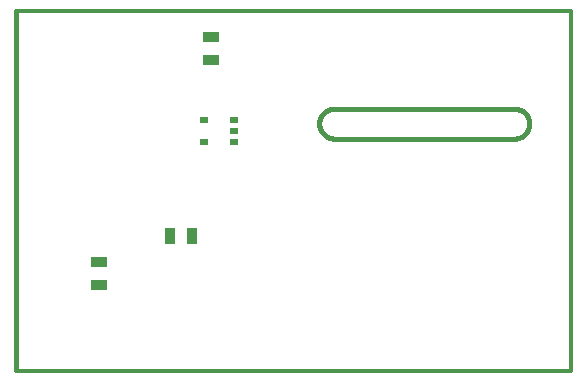
<source format=gbp>
G04 (created by PCBNEW-RS274X (20100406 SVN-R2508)-final) date 6/3/2010 10:02:14 PM*
G01*
G70*
G90*
%MOIN*%
G04 Gerber Fmt 3.4, Leading zero omitted, Abs format*
%FSLAX34Y34*%
G04 APERTURE LIST*
%ADD10C,0.006000*%
%ADD11C,0.012000*%
%ADD12C,0.015000*%
%ADD13R,0.030000X0.020000*%
%ADD14R,0.055000X0.035000*%
%ADD15R,0.035000X0.055000*%
G04 APERTURE END LIST*
G54D10*
G54D11*
X39500Y-43250D02*
X21000Y-43250D01*
X39500Y-55250D02*
X39500Y-43250D01*
X21000Y-55250D02*
X39500Y-55250D01*
G54D12*
X21000Y-55200D02*
X21000Y-55000D01*
X31600Y-46500D02*
X31557Y-46502D01*
X31514Y-46508D01*
X31471Y-46518D01*
X31429Y-46531D01*
X31389Y-46547D01*
X31351Y-46567D01*
X31314Y-46591D01*
X31279Y-46617D01*
X31247Y-46647D01*
X31217Y-46679D01*
X31191Y-46714D01*
X31167Y-46751D01*
X31147Y-46789D01*
X31131Y-46829D01*
X31118Y-46871D01*
X31108Y-46914D01*
X31102Y-46957D01*
X31100Y-47000D01*
X31100Y-47000D02*
X31102Y-47043D01*
X31108Y-47086D01*
X31118Y-47129D01*
X31131Y-47171D01*
X31147Y-47211D01*
X31167Y-47249D01*
X31191Y-47286D01*
X31217Y-47321D01*
X31247Y-47353D01*
X31279Y-47383D01*
X31314Y-47409D01*
X31351Y-47433D01*
X31389Y-47453D01*
X31429Y-47469D01*
X31471Y-47482D01*
X31514Y-47492D01*
X31557Y-47498D01*
X31600Y-47500D01*
X37600Y-47500D02*
X37643Y-47498D01*
X37686Y-47492D01*
X37729Y-47482D01*
X37771Y-47469D01*
X37811Y-47453D01*
X37850Y-47433D01*
X37886Y-47409D01*
X37921Y-47383D01*
X37953Y-47353D01*
X37983Y-47321D01*
X38009Y-47286D01*
X38033Y-47249D01*
X38053Y-47211D01*
X38069Y-47171D01*
X38082Y-47129D01*
X38092Y-47086D01*
X38098Y-47043D01*
X38100Y-47000D01*
X38100Y-47000D02*
X38098Y-46957D01*
X38092Y-46914D01*
X38082Y-46871D01*
X38069Y-46829D01*
X38053Y-46789D01*
X38033Y-46751D01*
X38009Y-46714D01*
X37983Y-46679D01*
X37953Y-46647D01*
X37921Y-46617D01*
X37886Y-46591D01*
X37850Y-46567D01*
X37811Y-46547D01*
X37771Y-46531D01*
X37729Y-46518D01*
X37686Y-46508D01*
X37643Y-46502D01*
X37600Y-46500D01*
X31600Y-47500D02*
X37600Y-47500D01*
X37600Y-46500D02*
X31600Y-46500D01*
X21000Y-43250D02*
X21000Y-55000D01*
G54D13*
X28250Y-46875D03*
X28250Y-47625D03*
X27250Y-46875D03*
X28250Y-47250D03*
X27250Y-47625D03*
G54D14*
X23750Y-52375D03*
X23750Y-51625D03*
G54D15*
X26125Y-50750D03*
X26875Y-50750D03*
G54D14*
X27500Y-44125D03*
X27500Y-44875D03*
M02*

</source>
